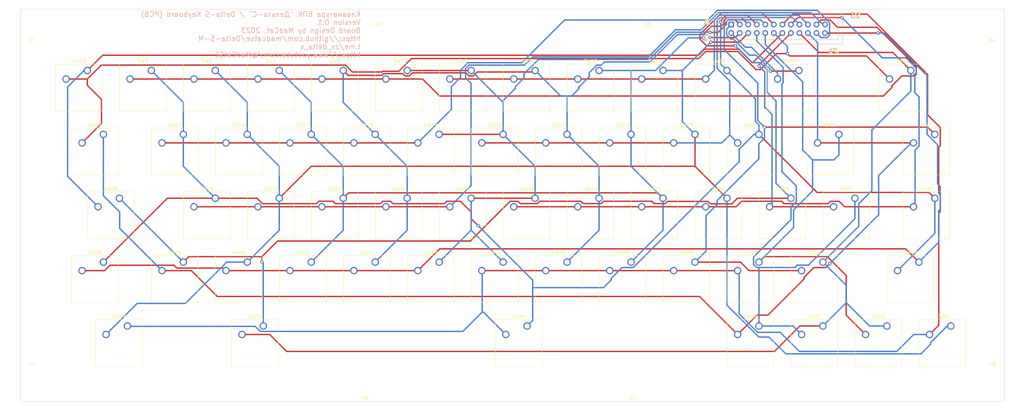
<source format=kicad_pcb>
(kicad_pcb (version 20221018) (generator pcbnew)
  (layers (0 "F.Cu" signal) (31 "B.Cu" signal) (36 "B.SilkS" user "B.Silkscreen") (37 "F.SilkS" user "F.Silkscreen") (38 "B.Mask" user) (39 "F.Mask" user) (44 "Edge.Cuts" user))
  (net 0 "")
  (net 1 "Net-(J1-Pin_1)")
  (net 2 "Net-(J1-Pin_2)")
  (net 3 "Net-(J1-Pin_3)")
  (net 4 "Net-(J1-Pin_4)")
  (net 5 "Net-(J1-Pin_5)")
  (net 6 "Net-(J1-Pin_6)")
  (net 7 "Net-(J1-Pin_7)")
  (net 8 "Net-(J1-Pin_8)")
  (net 9 "Net-(J1-Pin_9)")
  (net 10 "Net-(J1-Pin_10)")
  (net 11 "Net-(J1-Pin_11)")
  (net 12 "Net-(J1-Pin_12)")
  (net 13 "Net-(J1-Pin_13)")
  (net 14 "Net-(J1-Pin_14)")
  (net 15 "Net-(J1-Pin_15)")
  (net 16 "Net-(J1-Pin_16)")
  (net 17 "Net-(J1-Pin_17)")
  (net 18 "Net-(J1-Pin_18)")
  (net 19 "Net-(J1-Pin_19)")
  (net 20 "Net-(J1-Pin_20)")
  (net 21 "Net-(J1-Pin_21)")
  (net 22 "Net-(J1-Pin_22)")
  (net 23 "Net-(J1-Pin_23)")
  (net 24 "Net-(J1-Pin_24)")
  (footprint "Library_mx:SW_Cherry_MX_1.00u_PCB" (layer "F.Cu") (at 162.8679 37.35)
    (fp_text reference "SW21")
    (fp_text value "u")
  )
  (footprint "Library_mx:SW_Cherry_MX_1.00u_PCB" (layer "F.Cu") (at 277.1679 94.5)
    (fp_text reference "SW59")
    (fp_text value "symbol shift right")
  )
  (footprint "Library_mx:SW_Cherry_MX_1.00u_PCB" (layer "F.Cu") (at 153.3429 56.4)
    (fp_text reference "SW33")
    (fp_text value "h")
  )
  (footprint "MountingHole:MountingHole_3.2mm_M3" (layer "F.Cu") (at 106.6376 8.7002)
    (fp_text reference "H2")
    (fp_text value "MountingHole_3.2mm_M3")
  )
  (footprint "Library_mx:SW_Cherry_MX_1.25u_PCB" (layer "F.Cu") (at 231.9242 18.3)
    (fp_text reference "SW60")
    (fp_text value "rus-lat")
  )
  (footprint "Library_mx:SW_Cherry_MX_1.50u_PCB" (layer "F.Cu") (at 272.4054 37.35)
    (fp_text reference "SW2")
    (fp_text value "inverted video")
  )
  (footprint "MountingHole:MountingHole_3.2mm_M3" (layer "F.Cu") (at 186.628 113.2591)
    (fp_text reference "H7")
    (fp_text value "MountingHole_3.2mm_M3")
  )
  (footprint "Library_mx:SW_Cherry_MX_1.00u_PCB" (layer "F.Cu") (at 200.9679 37.35)
    (fp_text reference "SW23")
    (fp_text value "o")
  )
  (footprint "Library_mx:SW_Cherry_MX_2.00u_PCB" (layer "F.Cu") (at 72.3804 94.5)
    (fp_text reference "SW25")
    (fp_text value "graph")
  )
  (footprint "Library_mx:SW_Cherry_MX_1.00u_PCB" (layer "F.Cu") (at 181.9179 75.45)
    (fp_text reference "SW46")
    (fp_text value "m")
  )
  (footprint "Library_mx:SW_Cherry_MX_1.00u_PCB" (layer "F.Cu") (at 77.1429 56.4)
    (fp_text reference "SW29")
    (fp_text value "s")
  )
  (footprint "Library_mx:SW_Cherry_MX_1.00u_PCB" (layer "F.Cu") (at 134.2929 56.4)
    (fp_text reference "SW32")
    (fp_text value "g")
  )
  (footprint "Library_mx:SW_Cherry_MX_1.00u_PCB" (layer "F.Cu") (at 86.6679 37.35)
    (fp_text reference "SW17")
    (fp_text value "e")
  )
  (footprint "Library_mx:SW_Cherry_MX_2.25u_PCB" (layer "F.Cu") (at 31.8992 94.5)
    (fp_text reference "SW49")
    (fp_text value "symbol shift left")
  )
  (footprint "Library_mx:SW_Cherry_MX_1.50u_PCB" (layer "F.Cu") (at 272.4054 56.4)
    (fp_text reference "SW37")
    (fp_text value "enter")
  )
  (footprint "Library_mx:SW_Cherry_MX_1.00u_PCB" (layer "F.Cu") (at 19.9929 18.3)
    (fp_text reference "SW13")
    (fp_text value "Break")
  )
  (footprint "Library_mx:SW_Cherry_MX_1.00u_PCB" (layer "F.Cu") (at 48.5679 75.45)
    (fp_text reference "SW39")
    (fp_text value "caps lock")
  )
  (footprint "Library_mx:SW_Cherry_MX_1.00u_PCB" (layer "F.Cu") (at 124.7679 37.35)
    (fp_text reference "SW19")
    (fp_text value "t")
  )
  (footprint "MountingHole:MountingHole_3.2mm_M3" (layer "F.Cu") (at 3.4408 109.9602)
    (fp_text reference "H5")
    (fp_text value "MountingHole_3.2mm_M3")
  )
  (footprint "Library_mx:SW_Cherry_MX_1.00u_PCB" (layer "F.Cu") (at 58.0929 56.4)
    (fp_text reference "SW28")
    (fp_text value "a")
  )
  (footprint "Library_mx:SW_Cherry_MX_1.00u_PCB" (layer "F.Cu") (at 220.0179 37.35)
    (fp_text reference "SW24")
    (fp_text value "p")
  )
  (footprint "Library_mx:SW_Cherry_MX_1.00u_PCB" (layer "F.Cu") (at 153.3429 18.3)
    (fp_text reference "SW9")
    (fp_text value "7")
  )
  (footprint "Library_mx:SW_Cherry_MX_1.00u_PCB" (layer "F.Cu") (at 172.3929 56.4)
    (fp_text reference "SW34")
    (fp_text value "j")
  )
  (footprint "MountingHole:MountingHole_3.2mm_M3" (layer "F.Cu") (at 289.4933 109.9602)
    (fp_text reference "H8")
    (fp_text value "MountingHole_3.2mm_M3")
  )
  (footprint "Library_mx:SW_Cherry_MX_1.00u_PCB" (layer "F.Cu") (at 96.1929 18.3)
    (fp_text reference "SW6")
    (fp_text value "4")
  )
  (footprint "Library_mx:SW_Cherry_MX_1.00u_PCB" (layer "F.Cu") (at 210.4929 18.3)
    (fp_text reference "SW12")
    (fp_text value "0")
  )
  (footprint "Library_mx:SW_Cherry_MX_1.00u_PCB" (layer "F.Cu") (at 181.9179 37.35)
    (fp_text reference "SW22")
    (fp_text value "i")
  )
  (footprint "Library_mx:SW_Cherry_MX_1.00u_PCB" (layer "F.Cu") (at 162.8679 75.45)
    (fp_text reference "SW45")
    (fp_text value "n")
  )
  (footprint "Library_mx:SW_Cherry_MX_1.00u_PCB" (layer "F.Cu") (at 239.0679 94.5)
    (fp_text reference "SW57")
    (fp_text value "down")
  )
  (footprint "Library_mx:SW_Cherry_MX_1.00u_PCB" (layer "F.Cu") (at 200.9679 75.45)
    (fp_text reference "SW58")
    (fp_text value "comma")
  )
  (footprint "Library_mx:SW_Cherry_MX_1.00u_PCB" (layer "F.Cu") (at 86.6679 75.45)
    (fp_text reference "SW41")
    (fp_text value "x")
  )
  (footprint "Library_mx:SW_Cherry_MX_1.00u_PCB" (layer "F.Cu") (at 248.5929 56.4)
    (fp_text reference "SW51")
    (fp_text value "quotes")
  )
  (footprint "Library_mx:SW_Cherry_MX_1.00u_PCB" (layer "F.Cu") (at 210.4929 56.4)
    (fp_text reference "SW36")
    (fp_text value "l")
  )
  (footprint "Library_mx:SW_Cherry_MX_2.00u_PCB" (layer "F.Cu") (at 267.6429 75.45)
    (fp_text reference "SW48")
    (fp_text value "caps shift right")
  )
  (footprint "Library_mx:SW_Cherry_MX_1.00u_PCB" (layer "F.Cu") (at 172.3929 18.3)
    (fp_text reference "SW10")
    (fp_text value "8")
  )
  (footprint "Library_mx:SW_Cherry_MX_1.00u_PCB" (layer "F.Cu") (at 58.0929 18.3)
    (fp_text reference "SW4")
    (fp_text value "2")
  )
  (footprint "Library_mx:SW_Cherry_MX_1.00u_PCB" (layer "F.Cu") (at 115.2429 56.4)
    (fp_text reference "SW31")
    (fp_text value "f")
  )
  (footprint "Library_mx:SW_Cherry_MX_1.00u_PCB" (layer "F.Cu") (at 77.1429 18.3)
    (fp_text reference "SW5")
    (fp_text value "3")
  )
  (footprint "Library_mx:SW_Cherry_MX_1.50u_PCB" (layer "F.Cu") (at 243.8304 37.35)
    (fp_text reference "SW1")
    (fp_text value "true video")
  )
  (footprint "Library_mx:MountingHole_3.2mm_M3" (layer "F.Cu") (at 3.4408 13.4602)
    (fp_text reference "H1")
    (fp_text value "MountingHole_3.2mm_M3")
  )
  (footprint "Library_mx:SW_Cherry_MX_1.00u_PCB" (layer "F.Cu") (at 115.2429 18.3)
    (fp_text reference "SW7")
    (fp_text value "5")
  )
  (footprint "Library_mx:SW_Cherry_MX_1.00u_PCB" (layer "F.Cu") (at 258.1179 94.5)
    (fp_text reference "SW53")
    (fp_text value "right")
  )
  (footprint "Library_mx:SW_Cherry_MX_1.00u_PCB" (layer "F.Cu") (at 239.0679 75.45)
    (fp_text reference "SW56")
    (fp_text value "up")
  )
  (footprint "Library_mx:SW_Cherry_MX_1.00u_PCB" (layer "F.Cu") (at 67.6179 37.35)
    (fp_text reference "SW16")
    (fp_text value "w")
  )
  (footprint "Library_mx:SW_Cherry_MX_1.00u_PCB" (layer "F.Cu") (at 67.6179 75.45)
    (fp_text reference "SW40")
    (fp_text value "z")
  )
  (footprint "Library_mx:SW_Cherry_MX_1.00u_PCB" (layer "F.Cu") (at 105.7179 37.35)
    (fp_text reference "SW18")
    (fp_text value "r")
  )
  (footprint "Library_mx:SW_Cherry_MX_1.00u_PCB" (layer "F.Cu") (at 105.7179 75.45)
    (fp_text reference "SW42")
    (fp_text value "c")
  )
  (footprint "Library_mx:SW_Cherry_MX_6.25u_PCB" (layer "F.Cu") (at 150.9617 94.5)
    (fp_text reference "SW54")
    (fp_text value "left space")
  )
  (footprint "Library_mx:SW_Cherry_MX_1.00u_PCB" (layer "F.Cu") (at 220.0179 94.5)
    (fp_text reference "SW52")
    (fp_text value "left")
  )
  (footprint "Library_mx:SW_Cherry_MX_1.00u_PCB" (layer "F.Cu") (at 124.7679 75.45)
    (fp_text reference "SW43")
    (fp_text value "v")
  )
  (footprint "Library_mx:SW_Cherry_MX_1.50u_PCB" (layer "F.Cu") (at 24.7554 37.35)
    (fp_text reference "SW27")
    (fp_text value "edit")
  )
  (footprint "Library_mx:SW_Cherry_MX_2.00u_PCB" (layer "F.Cu") (at 29.5179 56.4)
    (fp_text reference "SW26")
    (fp_text value "extended mode")
  )
  (footprint "Library_mx:SW_Cherry_MX_1.00u_PCB" (layer "F.Cu") (at 143.8179 75.45)
    (fp_text reference "SW44")
    (fp_text value "b")
  )
  (footprint "Library_mx:SW_Cherry_MX_1.00u_PCB" (layer "F.Cu") (at 220.0179 75.45)
    (fp_text reference "SW47")
    (fp_text value "dot")
  )
  (footprint "Library_mx:SW_Cherry_MX_1.00u_PCB" (layer "F.Cu") (at 48.5679 37.35)
    (fp_text reference "SW15")
    (fp_text value "q")
  )
  (footprint "Library_mx:SW_Cherry_MX_1.00u_PCB" (layer "F.Cu") (at 191.4429 56.4)
    (fp_text reference "SW35")
    (fp_text value "k")
  )
  (footprint "Library_mx:SW_Cherry_MX_1.00u_PCB" (layer "F.Cu") (at 39.0429 18.3)
    (fp_text reference "SW3")
    (fp_text value "1")
  )
  (footprint "Library_mx:SW_Cherry_MX_1.00u_PCB" (layer "F.Cu") (at 191.4429 18.3)
    (fp_text reference "SW11")
    (fp_text value "9")
  )
  (footprint "Library_mx:SW_Cherry_MX_1.50u_PCB" (layer "F.Cu") (at 24.7554 75.45)
    (fp_text reference "SW38")
    (fp_text value "caps shift left")
  )
  (footprint "Library_mx:SW_Cherry_MX_1.00u_PCB" (layer "F.Cu") (at 96.1929 56.4)
    (fp_text reference "SW30")
    (fp_text value "d")
  )
  (footprint "Library_mx:SW_Cherry_MX_1.00u_PCB" (layer "F.Cu") (at 229.5429 56.4)
    (fp_text reference "SW50")
    (fp_text value "semicolon")
  )
  (footprint "MountingHole:MountingHole_3.2mm_M3" (layer "F.Cu") (at 289.4933 13.4602)
    (fp_text reference "H4")
    (fp_text value "MountingHole_3.2mm")
  )
  (footprint "Library_mx:SW_Cherry_MX_2.25u_PCB" (layer "F.Cu") (at 265.2617 18.3)
    (fp_text reference "SW14")
    (fp_text value "delete")
  )
  (footprint "Library_mx:SW_Cherry_MX_1.00u_PCB" (layer "F.Cu") (at 134.2929 18.3)
    (fp_text reference "SW8")
    (fp_text value "6")
  )
  (footprint "MountingHole:MountingHole_3.2mm_M3" (layer "F.Cu") (at 106.6376 113.2591)
    (fp_text reference "H6")
    (fp_text value "MountingHole_3.2mm_M3")
  )
  (footprint "Library_mx:MountingHole_3.2mm_M3" (layer "F.Cu") (at 186.628 8.7002)
    (fp_text reference "H3")
    (fp_text value "MountingHole_3.2mm_M3")
  )
  (footprint "Library_mx:SW_Cherry_MX_1.00u_PCB" (layer "F.Cu") (at 143.8179 37.35)
    (fp_text reference "SW20")
    (fp_text value "y")
  )
  (footprint "Library_mx:IDC-Header_2x12_P2.54mm_Vertical" (layer "B.Cu") (at 211.75 4.59 -90)
    (fp_text reference "J1")
    (fp_text value "Conn_02x12_Odd_Even")
  )
  (gr_rect (start 0 0) (end 293.1 117) (stroke (width 0.1)) (fill none) (layer "Edge.Cuts"))
  (gr_text "23" (at 250.3 2.8) (layer "B.SilkS") (effects (font (size 1.5 1.5) (thickness 0.3) bold) (justify left bottom mirror)))
  (gr_text "1" (at 204.9 4.6) (layer "B.SilkS") (effects (font (size 1.5 1.5) (thickness 0.3) bold) (justify left bottom mirror)))
  (gr_text "Клавиатура БПК {dblquote}Дельта-С{dblquote} / Delta-S Keyboard (PCB)\nVersion 0.1\nBoard Design by MadCat, 2023\nhttps://github.com/madcatse/Delta-S-M\nt.me/zx_delta_s\nhttps://www.youtube.com/@MadCatSE" (at 101.5 14.5) (layer "B.SilkS") (effects (font (size 1.5 1.5) (thickness 0.2)) (justify left bottom mirror)))
  (gr_text "24" (at 243.6 13.4) (layer "B.SilkS") (effects (font (size 1.5 1.5) (thickness 0.3) bold) (justify left bottom mirror)))
  (gr_text "2" (at 204.9 9.5) (layer "B.SilkS") (effects (font (size 1.5 1.5) (thickness 0.3) bold) (justify left bottom mirror)))
  (gr_text "23" (at 247.5 2.8) (layer "F.SilkS") (effects (font (size 1.5 1.5) (thickness 0.3) bold) (justify left bottom)))
  (gr_text "24" (at 240.9146 13.3924) (layer "F.SilkS") (effects (font (size 1.5 1.5) (thickness 0.3) bold) (justify left bottom)))
  (gr_text "1" (at 203.9792 4.5984) (layer "F.SilkS") (effects (font (size 1.5 1.5) (thickness 0.3) bold) (justify left bottom)))
  (gr_text "2" (at 203.5792 9.3984) (layer "F.SilkS") (effects (font (size 1.5 1.5) (thickness 0.3) bold) (justify left bottom)))
  (segment (start 231.7498 18.4744) (end 231.9242 18.3) (width 0.4) (layer "F.Cu") (net 1))
  (segment (start 223.4401 18.4744) (end 231.7498 18.4744) (width 0.4) (layer "F.Cu") (net 1))
  (via (at 223.4401 18.4744) (size 1) (drill 0.5) (layers "F.Cu" "B.Cu") (net 1))
  (segment (start 223.4401 18.4744) (end 223.4401 18.0104) (width 0.4) (layer "B.Cu") (net 1))
  (segment (start 210.3865 5.9535) (end 211.75 4.59) (width 0.4) (layer "B.Cu") (net 1))
  (segment (start 217.1614 13.7135) (end 212.4121 8.9642) (width 0.4) (layer "B.Cu") (net 1))
  (segment (start 219.1432 13.7135) (end 217.1614 13.7135) (width 0.4) (layer "B.Cu") (net 1))
  (segment (start 223.4401 18.0104) (end 219.1432 13.7135) (width 0.4) (layer "B.Cu") (net 1))
  (segment (start 210.3865 7.6824) (end 210.3865 5.9535) (width 0.4) (layer "B.Cu") (net 1))
  (segment (start 211.6683 8.9642) (end 210.3865 7.6824) (width 0.4) (layer "B.Cu") (net 1))
  (segment (start 212.4121 8.9642) (end 211.6683 8.9642) (width 0.4) (layer "B.Cu") (net 1))
  (segment (start 225.5742 20.84) (end 225.5742 19.1519) (width 0.4) (layer "B.Cu") (net 2))
  (segment (start 215.9884 11.3684) (end 211.75 7.13) (width 0.4) (layer "B.Cu") (net 2))
  (segment (start 225.5742 19.1519) (end 217.7907 11.3684) (width 0.4) (layer "B.Cu") (net 2))
  (segment (start 217.7907 11.3684) (end 215.9884 11.3684) (width 0.4) (layer "B.Cu") (net 2))
  (segment (start 212.9052 3.2052) (end 214.29 4.59) (width 0.4) (layer "F.Cu") (net 3))
  (segment (start 153.3429 56.4) (end 134.2929 56.4) (width 0.4) (layer "F.Cu") (net 3))
  (segment (start 134.2929 18.3) (end 115.2429 18.3) (width 0.4) (layer "F.Cu") (net 3))
  (segment (start 143.8179 37.35) (end 124.7679 37.35) (width 0.4) (layer "F.Cu") (net 3))
  (segment (start 205.4423 6.9662) (end 207.8644 6.9662) (width 0.4) (layer "F.Cu") (net 3))
  (segment (start 210.3011 3.7281) (end 210.824 3.2052) (width 0.4) (layer "F.Cu") (net 3))
  (segment (start 210.3011 4.5295) (end 210.3011 3.7281) (width 0.4) (layer "F.Cu") (net 3))
  (segment (start 207.8644 6.9662) (end 210.3011 4.5295) (width 0.4) (layer "F.Cu") (net 3))
  (segment (start 210.824 3.2052) (end 212.9052 3.2052) (width 0.4) (layer "F.Cu") (net 3))
  (via (at 205.4423 6.9662) (size 1) (drill 0.5) (layers "F.Cu" "B.Cu") (net 3))
  (segment (start 153.3429 46.875) (end 153.3429 56.4) (width 0.4) (layer "B.Cu") (net 3))
  (segment (start 147.4498 23.6577) (end 147.4498 23.1224) (width 0.4) (layer "B.Cu") (net 3))
  (segment (start 150.0323 20.5399) (end 150.0323 19.3259) (width 0.4) (layer "B.Cu") (net 3))
  (segment (start 143.8179 37.35) (end 153.3429 46.875) (width 0.4) (layer "B.Cu") (net 3))
  (segment (start 147.4498 23.1224) (end 150.0323 20.5399) (width 0.4) (layer "B.Cu") (net 3))
  (segment (start 205.3519 6.8758) (end 205.4423 6.9662) (width 0.4) (layer "B.Cu") (net 3))
  (segment (start 187.330151 15) (end 195.454351 6.8758) (width 0.4) (layer "B.Cu") (net 3))
  (segment (start 134.2929 65.925) (end 143.8179 75.45) (width 0.4) (layer "B.Cu") (net 3))
  (segment (start 134.2929 56.4) (end 134.2929 65.925) (width 0.4) (layer "B.Cu") (net 3))
  (segment (start 143.5502 27.5573) (end 147.4498 23.6577) (width 0.4) (layer "B.Cu") (net 3))
  (segment (start 195.454351 6.8758) (end 205.3519 6.8758) (width 0.4) (layer "B.Cu") (net 3))
  (segment (start 143.8179 27.825) (end 143.8179 37.35) (width 0.4) (layer "B.Cu") (net 3))
  (segment (start 143.5502 27.5573) (end 143.8179 27.825) (width 0.4) (layer "B.Cu") (net 3))
  (segment (start 150.0323 19.3259) (end 154.3582 15) (width 0.4) (layer "B.Cu") (net 3))
  (segment (start 124.7679 75.45) (end 134.2929 65.925) (width 0.4) (layer "B.Cu") (net 3))
  (segment (start 134.2929 18.3) (end 143.5502 27.5573) (width 0.4) (layer "B.Cu") (net 3))
  (segment (start 154.3582 15) (end 187.330151 15) (width 0.4) (layer "B.Cu") (net 3))
  (segment (start 107.720158 19.75) (end 97.6429 19.75) (width 0.4) (layer "F.Cu") (net 4))
  (segment (start 97.6429 19.75) (end 96.1929 18.3) (width 0.4) (layer "F.Cu") (net 4))
  (segment (start 108.230158 19.24) (end 107.720158 19.75) (width 0.4) (layer "F.Cu") (net 4))
  (segment (start 212.9358 8.4842) (end 205.4439 8.4842) (width 0.4) (layer "F.Cu") (net 4))
  (segment (start 214.29 7.13) (end 212.9358 8.4842) (width 0.4) (layer "F.Cu") (net 4))
  (segment (start 152.8929 18.75) (end 136.105642 18.75) (width 0.4) (layer "F.Cu") (net 4))
  (segment (start 153.3429 18.3) (end 152.8929 18.75) (width 0.4) (layer "F.Cu") (net 4))
  (segment (start 134.955642 19.9) (end 133.630158 19.9) (width 0.4) (layer "F.Cu") (net 4))
  (segment (start 133.630158 19.9) (end 132.730158 19) (width 0.4) (layer "F.Cu") (net 4))
  (segment (start 114.580158 19.9) (end 113.920158 19.24) (width 0.4) (layer "F.Cu") (net 4))
  (segment (start 113.920158 19.24) (end 108.230158 19.24) (width 0.4) (layer "F.Cu") (net 4))
  (segment (start 115.905642 19.9) (end 114.580158 19.9) (width 0.4) (layer "F.Cu") (net 4))
  (segment (start 136.105642 18.75) (end 134.955642 19.9) (width 0.4) (layer "F.Cu") (net 4))
  (segment (start 116.805642 19) (end 115.905642 19.9) (width 0.4) (layer "F.Cu") (net 4))
  (segment (start 132.730158 19) (end 116.805642 19) (width 0.4) (layer "F.Cu") (net 4))
  (via (at 205.4439 8.4842) (size 1) (drill 0.5) (layers "F.Cu" "B.Cu") (net 4))
  (segment (start 160.9233 25.8804) (end 162.8679 25.8804) (width 0.4) (layer "B.Cu") (net 4))
  (segment (start 174.005642 15.75) (end 187.570101 15.75) (width 0.4) (layer "B.Cu") (net 4))
  (segment (start 187.570101 15.75) (end 195.744301 7.5758) (width 0.4) (layer "B.Cu") (net 4))
  (segment (start 115.2429 46.875) (end 105.7179 37.35) (width 0.4) (layer "B.Cu") (net 4))
  (segment (start 115.2429 65.925) (end 115.2429 56.4) (width 0.4) (layer "B.Cu") (net 4))
  (segment (start 162.8679 37.35) (end 172.3929 46.875) (width 0.4) (layer "B.Cu") (net 4))
  (segment (start 195.744301 7.5758) (end 204.5355 7.5758) (width 0.4) (layer "B.Cu") (net 4))
  (segment (start 105.7179 37.35) (end 96.1929 27.825) (width 0.4) (layer "B.Cu") (net 4))
  (segment (start 162.8679 75.45) (end 172.3929 65.925) (width 0.4) (layer "B.Cu") (net 4))
  (segment (start 171.730158 16.7) (end 173.055642 16.7) (width 0.4) (layer "B.Cu") (net 4))
  (segment (start 164.2594 25.8804) (end 166.3676 23.7722) (width 0.4) (layer "B.Cu") (net 4))
  (segment (start 166.3676 23.2546) (end 169.4657 20.1565) (width 0.4) (layer "B.Cu") (net 4))
  (segment (start 96.1929 27.825) (end 96.1929 18.3) (width 0.4) (layer "B.Cu") (net 4))
  (segment (start 172.3929 65.925) (end 172.3929 56.4) (width 0.4) (layer "B.Cu") (net 4))
  (segment (start 172.3929 46.875) (end 172.3929 56.4) (width 0.4) (layer "B.Cu") (net 4))
  (segment (start 173.055642 16.7) (end 174.005642 15.75) (width 0.4) (layer "B.Cu") (net 4))
  (segment (start 162.8679 25.8804) (end 164.2594 25.8804) (width 0.4) (layer "B.Cu") (net 4))
  (segment (start 105.7179 75.45) (end 115.2429 65.925) (width 0.4) (layer "B.Cu") (net 4))
  (segment (start 115.2429 56.4) (end 115.2429 46.875) (width 0.4) (layer "B.Cu") (net 4))
  (segment (start 162.8679 25.8804) (end 162.8679 37.35) (width 0.4) (layer "B.Cu") (net 4))
  (segment (start 169.4657 20.1565) (end 169.4657 18.964458) (width 0.4) (layer "B.Cu") (net 4))
  (segment (start 166.3676 23.7722) (end 166.3676 23.2546) (width 0.4) (layer "B.Cu") (net 4))
  (segment (start 169.4657 18.964458) (end 171.730158 16.7) (width 0.4) (layer "B.Cu") (net 4))
  (segment (start 204.5355 7.5758) (end 205.4439 8.4842) (width 0.4) (layer "B.Cu") (net 4))
  (segment (start 153.3429 18.3) (end 160.9233 25.8804) (width 0.4) (layer "B.Cu") (net 4))
  (segment (start 209.5992 3.4353) (end 210.5312 2.5033) (width 0.4) (layer "F.Cu") (net 5))
  (segment (start 189.8304 54.7875) (end 97.8054 54.7875) (width 0.4) (layer "F.Cu") (net 5))
  (segment (start 214.7433 2.5033) (end 216.83 4.59) (width 0.4) (layer "F.Cu") (net 5))
  (segment (start 210.5312 2.5033) (end 214.7433 2.5033) (width 0.4) (layer "F.Cu") (net 5))
  (segment (start 191.4429 56.4) (end 189.8304 54.7875) (width 0.4) (layer "F.Cu") (net 5))
  (segment (start 203.4774 7.5142) (end 205.9015 5.0901) (width 0.4) (layer "F.Cu") (net 5))
  (segment (start 203.4774 8.5801) (end 203.4774 7.5142) (width 0.4) (layer "F.Cu") (net 5))
  (segment (start 208.7469 5.0901) (end 209.5992 4.2378) (width 0.4) (layer "F.Cu") (net 5))
  (segment (start 205.9015 5.0901) (end 208.7469 5.0901) (width 0.4) (layer "F.Cu") (net 5))
  (segment (start 97.8054 54.7875) (end 96.1929 56.4) (width 0.4) (layer "F.Cu") (net 5))
  (segment (start 209.5992 4.2378) (end 209.5992 3.4353) (width 0.4) (layer "F.Cu") (net 5))
  (via (at 203.4774 8.5801) (size 1) (drill 0.5) (layers "F.Cu" "B.Cu") (net 5))
  (segment (start 77.1429 18.3) (end 86.6679 27.825) (width 0.4) (layer "B.Cu") (net 5))
  (segment (start 86.6679 75.45) (end 96.1929 65.925) (width 0.4) (layer "B.Cu") (net 5))
  (segment (start 190.780158 16.7) (end 190.8 16.7) (width 0.4) (layer "B.Cu") (net 5))
  (segment (start 189.8429 17.6571) (end 189.8429 17.637258) (width 0.4) (layer "B.Cu") (net 5))
  (segment (start 96.1929 65.925) (end 96.1929 56.4) (width 0.4) (layer "B.Cu") (net 5))
  (segment (start 189.2 18.3) (end 189.8429 17.6571) (width 0.4) (layer "B.Cu") (net 5))
  (segment (start 198.9199 8.5801) (end 203.4774 8.5801) (width 0.4) (layer "B.Cu") (net 5))
  (segment (start 172.3929 18.3) (end 181.9179 18.3) (width 0.4) (layer "B.Cu") (net 5))
  (segment (start 189.8429 17.637258) (end 190.780158 16.7) (width 0.4) (layer "B.Cu") (net 5))
  (segment (start 191.4429 56.4) (end 191.4429 65.925) (width 0.4) (layer "B.Cu") (net 5))
  (segment (start 181.9179 18.3) (end 189.2 18.3) (width 0.4) (layer "B.Cu") (net 5))
  (segment (start 86.6679 27.825) (end 86.6679 37.35) (width 0.4) (layer "B.Cu") (net 5))
  (segment (start 96.1929 56.4) (end 96.1929 46.875) (width 0.4) (layer "B.Cu") (net 5))
  (segment (start 181.9179 18.3) (end 181.9179 37.35) (width 0.4) (layer "B.Cu") (net 5))
  (segment (start 181.9179 46.875) (end 181.9179 37.35) (width 0.4) (layer "B.Cu") (net 5))
  (segment (start 191.4429 56.4) (end 181.9179 46.875) (width 0.4) (layer "B.Cu") (net 5))
  (segment (start 191.4429 65.925) (end 181.9179 75.45) (width 0.4) (layer "B.Cu") (net 5))
  (segment (start 96.1929 46.875) (end 86.6679 37.35) (width 0.4) (layer "B.Cu") (net 5))
  (segment (start 190.8 16.7) (end 198.9199 8.5801) (width 0.4) (layer "B.Cu") (net 5))
  (segment (start 200.9679 46.875) (end 210.4929 56.4) (width 0.4) (layer "F.Cu") (net 6))
  (segment (start 216.83 7.13) (end 214.1227 9.8373) (width 0.4) (layer "F.Cu") (net 6))
  (segment (start 200.9679 37.35) (end 200.9679 46.875) (width 0.4) (layer "F.Cu") (net 6))
  (segment (start 200.9679 46.875) (end 86.6679 46.875) (width 0.4) (layer "F.Cu") (net 6))
  (segment (start 214.1227 9.8373) (end 205.6762 9.8373) (width 0.4) (layer "F.Cu") (net 6))
  (segment (start 86.6679 46.875) (end 77.1429 56.4) (width 0.4) (layer "F.Cu") (net 6))
  (via (at 205.6762 9.8373) (size 1) (drill 0.5) (layers "F.Cu" "B.Cu") (net 6))
  (segment (start 191.4429 18.3) (end 197.2135 18.3) (width 0.4) (layer "B.Cu") (net 6))
  (segment (start 197.2135 33.5956) (end 197.2135 18.3) (width 0.4) (layer "B.Cu") (net 6))
  (segment (start 271.1167 99.969) (end 271.1167 99.4805) (width 0.4) (layer "B.Cu") (net 6))
  (segment (start 67.6179 37.35) (end 77.1429 46.875) (width 0.4) (layer "B.Cu") (net 6))
  (segment (start 219.9791 97.7947) (end 223.0023 97.7947) (width 0.4) (layer "B.Cu") (net 6))
  (segment (start 210.4929 88.3085) (end 219.9791 97.7947) (width 0.4) (layer "B.Cu") (net 6))
  (segment (start 228.0101 102.8025) (end 268.2832 102.8025) (width 0.4) (layer "B.Cu") (net 6))
  (segment (start 67.6179 27.825) (end 67.6179 37.35) (width 0.4) (layer "B.Cu") (net 6))
  (segment (start 271.1167 99.4805) (end 276.0972 94.5) (width 0.4) (layer "B.Cu") (net 6))
  (segment (start 61.4978 75.45) (end 49.1678 87.78) (width 0.4) (layer "B.Cu") (net 6))
  (segment (start 77.1429 46.875) (end 77.1429 56.4) (width 0.4) (layer "B.Cu") (net 6))
  (segment (start 49.1678 87.78) (end 34.8092 87.78) (width 0.4) (layer "B.Cu") (net 6))
  (segment (start 268.2832 102.8025) (end 271.1167 99.969) (width 0.4) (layer "B.Cu") (net 6))
  (segment (start 77.1429 65.925) (end 67.6179 75.45) (width 0.4) (layer "B.Cu") (net 6))
  (segment (start 77.1429 56.4) (end 77.1429 65.925) (width 0.4) (layer "B.Cu") (net 6))
  (segment (start 200.9679 37.35) (end 197.2135 33.5956) (width 0.4) (layer "B.Cu") (net 6))
  (segment (start 276.0972 94.5) (end 277.1679 94.5) (width 0.4) (layer "B.Cu") (net 6))
  (segment (start 67.6179 75.45) (end 61.4978 75.45) (width 0.4) (layer "B.Cu") (net 6))
  (segment (start 58.0929 18.3) (end 67.6179 27.825) (width 0.4) (layer "B.Cu") (net 6))
  (segment (start 34.8092 87.78) (end 25.5492 97.04) (width 0.4) (layer "B.Cu") (net 6))
  (segment (start 197.2135 18.3) (end 205.6762 9.8373) (width 0.4) (layer "B.Cu") (net 6))
  (segment (start 210.4929 56.4) (end 210.4929 88.3085) (width 0.4) (layer "B.Cu") (net 6))
  (segment (start 223.0023 97.7947) (end 228.0101 102.8025) (width 0.4) (layer "B.Cu") (net 6))
  (segment (start 216.5814 1.8014) (end 210.2384 1.8014) (width 0.4) (layer "F.Cu") (net 7))
  (segment (start 208.5973 3.4425) (end 208.5973 3.7991) (width 0.4) (layer "F.Cu") (net 7))
  (segment (start 93.1421 57.3004) (end 88.9425 57.3004) (width 0.4) (layer "F.Cu") (net 7))
  (segment (start 107.2739 58.019) (end 93.8607 58.019) (width 0.4) (layer "F.Cu") (net 7))
  (segment (start 110.9835 58.0224) (end 110.2735 57.3124) (width 0.4) (layer "F.Cu") (net 7))
  (segment (start 237.3284 54.6605) (end 270.6659 54.6605) (width 0.4) (layer "F.Cu") (net 7))
  (segment (start 88.9425 57.3004) (end 88.2205 58.0224) (width 0.4) (layer "F.Cu") (net 7))
  (segment (start 88.2205 58.0224) (end 72.1408 58.0224) (width 0.4) (layer "F.Cu") (net 7))
  (segment (start 126.3205 58.0224) (end 110.9835 58.0224) (width 0.4) (layer "F.Cu") (net 7))
  (segment (start 127.0281 57.3148) (end 126.3205 58.0224) (width 0.4) (layer "F.Cu") (net 7))
  (segment (start 220.0179 37.35) (end 237.3284 54.6605) (width 0.4) (layer "F.Cu") (net 7))
  (segment (start 136.3639 64.57) (end 134.3325 62.5386) (width 0.4) (layer "F.Cu") (net 7))
  (segment (start 131.1288 57.3148) (end 127.0281 57.3148) (width 0.4) (layer "F.Cu") (net 7))
  (segment (start 58.0929 56.4) (end 43.8054 56.4) (width 0.4) (layer "F.Cu") (net 7))
  (segment (start 43.8054 56.4) (end 24.7554 75.45) (width 0.4) (layer "F.Cu") (net 7))
  (segment (start 219.37 4.59) (end 216.5814 1.8014) (width 0.4) (layer "F.Cu") (net 7))
  (segment (start 134.3325 60.5185) (end 131.1288 57.3148) (width 0.4) (layer "F.Cu") (net 7))
  (segment (start 72.1408 58.0224) (end 70.5184 56.4) (width 0.4) (layer "F.Cu") (net 7))
  (segment (start 210.2384 1.8014) (end 208.5973 3.4425) (width 0.4) (layer "F.Cu") (net 7))
  (segment (start 134.3325 62.5386) (end 134.3325 60.5185) (width 0.4) (layer "F.Cu") (net 7))
  (segment (start 270.6659 54.6605) (end 272.4054 56.4) (width 0.4) (layer "F.Cu") (net 7))
  (segment (start 93.8607 58.019) (end 93.1421 57.3004) (width 0.4) (layer "F.Cu") (net 7))
  (segment (start 110.2735 57.3124) (end 107.9805 57.3124) (width 0.4) (layer "F.Cu") (net 7))
  (segment (start 70.5184 56.4) (end 58.0929 56.4) (width 0.4) (layer "F.Cu") (net 7))
  (segment (start 107.9805 57.3124) (end 107.2739 58.019) (width 0.4) (layer "F.Cu") (net 7))
  (via (at 136.3639 64.57) (size 1) (drill 0.5) (layers "F.Cu" "B.Cu") (net 7))
  (via (at 208.5973 3.7991) (size 1) (drill 0.5) (layers "F.Cu" "B.Cu") (net 7))
  (segment (start 220.0179 34.53515) (end 220.0179 36.2999) (width 0.4) (layer "B.Cu") (net 7))
  (segment (start 208.5973 16.4044) (end 210.4929 18.3) (width 0.4) (layer "B.Cu") (net 7))
  (segment (start 152.6122 83.0669) (end 173.7167 83.0669) (width 0.4) (layer "B.Cu") (net 7))
  (segment (start 210.4929 18.3) (end 218.9682 26.7753) (width 0.4) (layer "B.Cu") (net 7))
  (segment (start 272.4054 66.8775) (end 261.2929 77.99) (width 0.4) (layer "B.Cu") (net 7))
  (segment (start 220.0179 36.2999) (end 218.9678 37.35) (width 0.4) (layer "B.Cu") (net 7))
  (segment (start 152.6122 80.8183) (end 136.3639 64.57) (width 0.4) (layer "B.Cu") (net 7))
  (segment (start 179.219 77.0782) (end 182.5603 77.0782) (width 0.4) (layer "B.Cu") (net 7))
  (segment (start 48.5679 46.875) (end 48.5679 37.35) (width 0.4) (layer "B.Cu") (net 7))
  (segment (start 208.5973 3.7991) (end 208.5973 16.4044) (width 0.4) (layer "B.Cu") (net 7))
  (segment (start 218.55 37.35) (end 218.9678 37.35) (width 0.4) (layer "B.Cu") (net 7))
  (segment (start 218.9682 33.48545) (end 220.0179 34.53515) (width 0.4) (layer "B.Cu") (net 7))
  (segment (start 214.1248 41.7752) (end 218.55 37.35) (width 0.4) (layer "B.Cu") (net 7))
  (segment (start 152.6122 83.0669) (end 152.6122 80.8183) (width 0.4) (layer "B.Cu") (net 7))
  (segment (start 272.4054 56.4) (end 272.4054 66.8775) (width 0.4) (layer "B.Cu") (net 7))
  (segment (start 176.0248 80.7588) (end 176.0248 80.2724) (width 0.4) (layer "B.Cu") (net 7))
  (segment (start 152.6122 92.8495) (end 152.6122 83.0669) (width 0.4) (layer "B.Cu") (net 7))
  (segment (start 48.5679 37.35) (end 48.5679 27.825) (width 0.4) (layer "B.Cu") (net 7))
  (segment (start 182.5603 77.0782) (end 214.1248 45.5137) (width 0.4) (layer "B.Cu") (net 7))
  (segment (start 48.5679 27.825) (end 39.0429 18.3) (width 0.4) (layer "B.Cu") (net 7))
  (segment (start 176.0248 80.2724) (end 179.219 77.0782) (width 0.4) (layer "B.Cu") (net 7))
  (segment (start 150.9617 94.5) (end 152.6122 92.8495) (width 0.4) (layer "B.Cu") (net 7))
  (segment (start 173.7167 83.0669) (end 176.0248 80.7588) (width 0.4) (layer "B.Cu") (net 7))
  (segment (start 58.0929 56.4) (end 48.5679 46.875) (width 0.4) (layer "B.Cu") (net 7))
  (segment (start 218.9678 37.35) (end 220.0179 37.35) (width 0.4) (layer "B.Cu") (net 7))
  (segment (start 214.1248 45.5137) (end 214.1248 41.7752) (width 0.4) (layer "B.Cu") (net 7))
  (segment (start 218.9682 26.7753) (end 218.9682 33.48545) (width 0.4) (layer "B.Cu") (net 7))
  (segment (start 229.5684 62.7693) (end 229.5684 58.9347) (width 0.4) (layer "B.Cu") (net 8))
  (segment (start 226.8747 48.4887) (end 226.8747 22.2788) (width 0.4) (layer "B.Cu") (net 8))
  (segment (start 231.1448 57.3583) (end 231.1448 52.7588) (width 0.4) (layer "B.Cu") (net 8))
  (segment (start 227.2116 17.3747) (end 219.37 9.5331) (width 0.4) (layer "B.Cu") (net 8))
  (segment (start 230.1779 94.5) (end 232.7179 97.04) (width 0.4) (layer "B.Cu") (net 8))
  (segment (start 226.8747 22.2788) (end 227.2116 21.9419) (width 0.4) (layer "B.Cu") (net 8))
  (segment (start 227.2116 21.9419) (end 227.2116 17.3747) (width 0.4) (layer "B.Cu") (net 8))
  (segment (start 234.7333 76.3566) (end 231.3804 76.3566) (width 0.4) (layer "B.Cu") (net 8))
  (segment (start 218.4077 73.93) (end 229.5684 62.7693) (width 0.4) (layer "B.Cu") (net 8))
  (segment (start 219.37 9.5331) (end 219.37 7.13) (width 0.4) (layer "B.Cu") (net 8))
  (segment (start 218.4077 76.1363) (end 218.4077 73.93) (width 0.4) (layer "B.Cu") (net 8))
  (segment (start 231.1448 52.7588) (end 226.8747 48.4887) (width 0.4) (layer "B.Cu") (net 8))
  (segment (start 229.5684 58.9347) (end 231.1448 57.3583) (width 0.4) (layer "B.Cu") (net 8))
  (segment (start 220.0179 94.5) (end 230.1779 94.5) (width 0.4) (layer "B.Cu") (net 8))
  (segment (start 220.0179 77.0595) (end 220.0179 94.5) (width 0.4) (layer "B.Cu") (net 8))
  (segment (start 220.0179 77.0595) (end 219.3309 77.0595) (width 0.4) (layer "B.Cu") (net 8))
  (segment (start 248.5929 62.497) (end 234.7333 76.3566) (width 0.4) (layer "B.Cu") (net 8))
  (segment (start 230.6775 77.0595) (end 220.0179 77.0595) (width 0.4) (layer "B.Cu") (net 8))
  (segment (start 219.3309 77.0595) (end 218.4077 76.1363) (width 0.4) (layer "B.Cu") (net 8))
  (segment (start 248.5929 56.4) (end 248.5929 62.497) (width 0.4) (layer "B.Cu") (net 8))
  (segment (start 231.3804 76.3566) (end 230.6775 77.0595) (width 0.4) (layer "B.Cu") (net 8))
  (segment (start 232.7179 77.99) (end 217.0547 77.99) (width 0.4) (layer "F.Cu") (net 9))
  (segment (start 272.4054 37.35) (end 270.2446 35.1892) (width 0.4) (layer "F.Cu") (net 9))
  (segment (start 214.5147 75.45) (end 200.9679 75.45) (width 0.4) (layer "F.Cu") (net 9))
  (segment (start 270.2446 35.1892) (end 221.6619 35.1892) (width 0.4) (layer "F.Cu") (net 9))
  (segment (start 217.0547 77.99) (end 214.5147 75.45) (width 0.4) (layer "F.Cu") (net 9))
  (via (at 221.6619 35.1892) (size 1) (drill 0.5) (layers "F.Cu" "B.Cu") (net 9))
  (segment (start 221.6619 35.1892) (end 221.6619 38.496) (width 0.4) (layer "B.Cu") (net 9))
  (segment (start 207.5657 57.0618) (end 207.5657 58.2565) (width 0.4) (layer "B.Cu") (net 9))
  (segment (start 219.6682 22.0776) (end 219.6682 33.1955) (width 0.4) (layer "B.Cu") (net 9))
  (segment (start 220.5292 3.2092) (end 210.8393 3.2092) (width 0.4) (layer "B.Cu") (net 9))
  (segment (start 221.6619 38.496) (end 219.9798 40.1781) (width 0.4) (layer "B.Cu") (net 9))
  (segment (start 219.9798 44.6477) (end 207.5657 57.0618) (width 0.4) (layer "B.Cu") (net 9))
  (segment (start 207.5657 58.2565) (end 204.2475 61.5747) (width 0.4) (layer "B.Cu") (net 9))
  (segment (start 219.6682 33.1955) (end 221.6619 35.1892) (width 0.4) (layer "B.Cu") (net 9))
  (segment (start 204.2475 61.5747) (end 204.2475 72.1704) (width 0.4) (layer "B.Cu") (net 9))
  (segment (start 210.8393 3.2092) (end 209.6811 4.3674) (width 0.4) (layer "B.Cu") (net 9))
  (segment (start 221.91 4.59) (end 220.5292 3.2092) (width 0.4) (layer "B.Cu") (net 9))
  (segment (start 219.9798 40.1781) (end 219.9798 44.6477) (width 0.4) (layer "B.Cu") (net 9))
  (segment (start 204.2475 72.1704) (end 200.9679 75.45) (width 0.4) (layer "B.Cu") (net 9))
  (segment (start 209.6811 4.3674) (end 209.6811 12.0905) (width 0.4) (layer "B.Cu") (net 9))
  (segment (start 209.6811 12.0905) (end 219.6682 22.0776) (width 0.4) (layer "B.Cu") (net 9))
  (segment (start 245.9983 91.2704) (end 251.7679 97.04) (width 0.4) (layer "F.Cu") (net 10))
  (segment (start 221.6602 73.8077) (end 240.3585 73.8077) (width 0.4) (layer "F.Cu") (net 10))
  (segment (start 245.9983 79.4475) (end 245.9983 91.2704) (width 0.4) (layer "F.Cu") (net 10))
  (segment (start 220.0179 75.45) (end 221.6602 73.8077) (width 0.4) (layer "F.Cu") (net 10))
  (segment (start 240.3585 73.8077) (end 245.9983 79.4475) (width 0.4) (layer "F.Cu") (net 10))
  (segment (start 235.9861 44.9625) (end 235.9861 54.237) (width 0.4) (layer "B.Cu") (net 10))
  (segment (start 230.3278 59.8953) (end 230.3278 65.1401) (width 0.4) (layer "B.Cu") (net 10))
  (segment (start 233.0329 21.6936) (end 233.0329 42.0093) (width 0.4) (layer "B.Cu") (net 10))
  (segment (start 243.8304 43.4665) (end 243.8304 37.35) (width 0.4) (layer "B.Cu") (net 10))
  (segment (start 235.9861 44.9625) (end 242.3344 44.9625) (width 0.4) (layer "B.Cu") (net 10))
  (segment (start 233.0329 42.0093) (end 235.9861 44.9625) (width 0.4) (layer "B.Cu") (net 10))
  (segment (start 230.3278 65.1401) (end 220.0179 75.45) (width 0.4) (layer "B.Cu") (net 10))
  (segment (start 221.91 10.5707) (end 233.0329 21.6936) (width 0.4) (layer "B.Cu") (net 10))
  (segment (start 221.91 7.13) (end 221.91 10.5707) (width 0.4) (layer "B.Cu") (net 10))
  (segment (start 235.9861 54.237) (end 230.3278 59.8953) (width 0.4) (layer "B.Cu") (net 10))
  (segment (start 242.3344 44.9625) (end 243.8304 43.4665) (width 0.4) (layer "B.Cu") (net 10))
  (segment (start 202.4531 8.9825) (end 204.4154 10.9448) (width 0.4) (layer "F.Cu") (net 11))
  (segment (start 224.45 4.59) (end 220.9094 1.0494) (width 0.4) (layer "F.Cu") (net 11))
  (segment (start 204.8065 57.3381) (end 192.7703 57.3381) (width 0.4) (layer "F.Cu") (net 11))
  (segment (start 148.9596 58.0019) (end 148.2754 57.3177) (width 0.4) (layer "F.Cu") (net 11))
  (segment (start 220.9094 1.0494) (end 208.9496 1.0494) (width 0.4) (layer "F.Cu") (net 11))
  (segment (start 134.0427 69.1587) (end 76.6425 69.1587) (width 0.4) (layer "F.Cu") (net 11))
  (segment (start 205.5286 58.0602) (end 204.8065 57.3381) (width 0.4) (layer "F.Cu") (net 11))
  (segment (start 204.4154 10.9448) (end 212.9612 10.9448) (width 0.4) (layer "F.Cu") (net 11))
  (segment (start 192.1065 58.0019) (end 188.7767 58.0019) (width 0.4) (layer "F.Cu") (net 11))
  (segment (start 211.9447 58.0602) (end 205.5286 58.0602) (width 0.4) (layer "F.Cu") (net 11))
  (segment (start 76.6425 69.1587) (end 71.9864 73.8148) (width 0.4) (layer "F.Cu") (net 11))
  (segment (start 145.8837 57.3177) (end 134.0427 69.1587) (width 0.4) (layer "F.Cu") (net 11))
  (segment (start 188.0746 57.2998) (end 173.7586 57.2998) (width 0.4) (layer "F.Cu") (net 11))
  (segment (start 202.4531 7.5459) (end 202.4531 8.9825) (width 0.4) (layer "F.Cu") (net 11))
  (segment (start 71.9864 73.8148) (end 71.9864 75.4281) (width 0.4) (layer "F.Cu") (net 11))
  (segment (start 50.2031 73.8148) (end 48.5679 75.45) (width 0.4) (layer "F.Cu") (net 11))
  (segment (start 166.9427 57.2998) (end 154.7086 57.2998) (width 0.4) (layer "F.Cu") (net 11))
  (segment (start 167.6448 58.0019) (end 166.9427 57.2998) (width 0.4) (layer "F.Cu") (net 11))
  (segment (start 229.5429 56.4) (end 213.6049 56.4) (width 0.4) (layer "F.Cu") (net 11))
  (segment (start 154.7086 57.2998) (end 154.0065 58.0019) (width 0.4) (layer "F.Cu") (net 11))
  (segment (start 188.7767 58.0019) (end 188.0746 57.2998) (width 0.4) (layer "F.Cu") (net 11))
  (segment (start 192.7703 57.3381) (end 192.1065 58.0019) (width 0.4) (layer "F.Cu") (net 11))
  (segment (start 71.9864 73.8148) (end 50.2031 73.8148) (width 0.4) (layer "F.Cu") (net 11))
  (segment (start 208.9496 1.0494) (end 202.4531 7.5459) (width 0.4) (layer "F.Cu") (net 11))
  (segment (start 148.2754 57.3177) (end 145.8837 57.3177) (width 0.4) (layer "F.Cu") (net 11))
  (segment (start 213.6049 56.4) (end 211.9447 58.0602) (width 0.4) (layer "F.Cu") (net 11))
  (segment (start 154.0065 58.0019) (end 148.9596 58.0019) (width 0.4) (layer "F.Cu") (net 11))
  (segment (start 173.7586 57.2998) (end 173.0565 58.0019) (width 0.4) (layer "F.Cu") (net 11))
  (segment (start 173.0565 58.0019) (end 167.6448 58.0019) (width 0.4) (layer "F.Cu") (net 11))
  (via (at 71.9864 75.4281) (size 1) (drill 0.5) (layers "F.Cu" "B.Cu") (net 11))
  (via (at 212.9612 10.9448) (size 1) (drill 0.5) (layers "F.Cu" "B.Cu") (net 11))
  (segment (start 220.4131 15.976) (end 217.9924 15.976) (width 0.4) (layer "B.Cu") (net 11))
  (segment (start 225.1 27.4261) (end 222.4382 24.7643) (width 0.4) (layer "B.Cu") (net 11))
  (segment (start 225.1 51.9571) (end 225.1 27.4261) (width 0.4) (layer "B.Cu") (net 11))
  (segment (start 48.5679 75.45) (end 29.5179 56.4) (width 0.4) (layer "B.Cu") (net 11))
  (segment (start 72.3804 75.8221) (end 72.3804 94.5) (width 0.4) (layer "B.Cu") (net 11))
  (segment (start 222.4382 18.0011) (end 220.4131 15.976) (width 0.4) (layer "B.Cu") (net 11))
  (segment (start 217.9924 15.976) (end 212.9612 10.9448) (width 0.4) (layer "B.Cu") (net 11))
  (segment (start 229.5429 56.4) (end 225.1 51.9571) (width 0.4) (layer "B.Cu") (net 11))
  (segment (start 71.9864 75.4281) (end 72.3804 75.8221) (width 0.4) (layer "B.Cu") (net 11))
  (segment (start 222.4382 24.7643) (end 222.4382 18.0011) (width 0.4) (layer "B.Cu") (net 11))
  (segment (start 229.1969 13.9753) (end 252.047 13.9753) (width 0.4) (layer "F.Cu") (net 12))
  (segment (start 252.047 13.9753) (end 258.9117 20.84) (width 0.4) (layer "F.Cu") (net 12))
  (segment (start 19.9844 22.740688) (end 19.9844 20.84) (width 0.4) (layer "F.Cu") (net 12))
  (segment (start 112.740158 18.54) (end 116.530158 14.75) (width 0.4) (layer "F.Cu") (net 12))
  (segment (start 213.7445 12.6448) (end 219.1235 18.0238) (width 0.4) (layer "F.Cu") (net 12))
  (segment (start 24.2 34.0954) (end 24.2 26.956288) (width 0.4) (layer "F.Cu") (net 12))
  (segment (start 98.905642 18.75) (end 107.730208 18.75) (width 0.4) (layer "F.Cu") (net 12))
  (segment (start 225.1874 13.2735) (end 228.4951 13.2735) (width 0.4) (layer "F.Cu") (net 12))
  (segment (start 228.4951 13.2735) (end 229.1969 13.9753) (width 0.4) (layer "F.Cu") (net 12))
  (segment (start 24.1244 16.7) (end 96.855642 16.7) (width 0.4) (layer "F.Cu") (net 12))
  (segment (start 96.855642 16.7) (end 98.905642 18.75) (width 0.4) (layer "F.Cu") (net 12))
  (segment (start 204.135501 12.6448) (end 213.7445 12.6448) (width 0.4) (layer "F.Cu") (net 12))
  (segment (start 220.4371 18.0238) (end 225.1874 13.2735) (width 0.4) (layer "F.Cu") (net 12))
  (segment (start 107.940209 18.54) (end 112.740158 18.54) (width 0.4) (layer "F.Cu") (net 12))
  (segment (start 19.9844 20.84) (end 24.1244 16.7) (width 0.4) (layer "F.Cu") (net 12))
  (segment (start 19.9844 20.84) (end 13.6429 20.84) (width 0.4) (layer "F.Cu") (net 12))
  (segment (start 18.4054 39.89) (end 24.2 34.0954) (width 0.4) (layer "F.Cu") (net 12))
  (segment (start 219.1235 18.0238) (end 220.4371 18.0238) (width 0.4) (layer "F.Cu") (net 12))
  (segment (start 24.2 26.956288) (end 19.9844 22.740688) (width 0.4) (layer "F.Cu") (net 12))
  (segment (start 107.730208 18.75) (end 107.940209 18.54) (width 0.4) (layer "F.Cu") (net 12))
  (segment (start 202.030301 14.75) (end 204.135501 12.6448) (width 0.4) (layer "F.Cu") (net 12))
  (segment (start 116.530158 14.75) (end 202.030301 14.75) (width 0.4) (layer "F.Cu") (net 12))
  (via (at 228.4951 13.2735) (size 1) (drill 0.5) (layers "F.Cu" "B.Cu") (net 12))
  (segment (start 224.45 7.13) (end 228.495 11.175) (width 0.4) (layer "B.Cu") (net 12))
  (segment (start 228.495 11.175) (end 228.495 13.2735) (width 0.4) (layer "B.Cu") (net 12))
  (segment (start 228.495 13.2735) (end 228.4951 13.2735) (width 0.4) (layer "B.Cu") (net 12))
  (segment (start 274.0233 35.3091) (end 270.2531 31.5389) (width 0.4) (layer "F.Cu") (net 13))
  (segment (start 274.0419 59.7037) (end 274.0419 55.3065) (width 0.4) (layer "F.Cu") (net 13))
  (segment (start 156.5179 77.99) (end 137.4679 77.99) (width 0.4) (layer "F.Cu") (net 13))
  (segment (start 175.5679 77.99) (end 156.5179 77.99) (width 0.4) (layer "F.Cu") (net 13))
  (segment (start 273.5607 41.1349) (end 274.0233 40.6723) (width 0.4) (layer "F.Cu") (net 13))
  (segment (start 213.6679 77.99) (end 194.6179 77.99) (width 0.4) (layer "F.Cu") (net 13))
  (segment (start 230.0955 1.4845) (end 226.99 4.59) (width 0.4) (layer "F.Cu") (net 13))
  (segment (start 273.5607 54.8253) (end 273.5607 41.1349) (width 0.4) (layer "F.Cu") (net 13))
  (segment (start 270.2531 31.5389) (end 270.2531 19.482) (width 0.4) (layer "F.Cu") (net 13))
  (segment (start 273.5781 94.2798) (end 273.5781 60.1675) (width 0.4) (layer "F.Cu") (net 13))
  (segment (start 270.2531 19.482) (end 252.2556 1.4845) (width 0.4) (layer "F.Cu") (net 13))
  (segment (start 273.5781 60.1675) (end 274.0419 59.7037) (width 0.4) (layer "F.Cu") (net 13))
  (segment (start 274.0419 55.3065) (end 273.5607 54.8253) (width 0.4) (layer "F.Cu") (net 13))
  (segment (start 274.0233 40.6723) (end 274.0233 35.3091) (width 0.4) (layer "F.Cu") (net 13))
  (segment (start 270.8179 97.04) (end 273.5781 94.2798) (width 0.4) (layer "F.Cu") (net 13))
  (segment (start 252.2556 1.4845) (end 230.0955 1.4845) (width 0.4) (layer "F.Cu") (net 13))
  (segment (start 194.6179 77.99) (end 175.5679 77.99) (width 0.4) (layer "F.Cu") (net 13))
  (segment (start 214.1248 90.91) (end 214.1248 78.4469) (width 0.4) (layer "B.Cu") (net 13))
  (segment (start 69.9976 94.6174) (end 71.5042 96.124) (width 0.4) (layer "B.Cu") (net 13))
  (segment (start 214.1248 78.4469) (end 213.6679 77.99) (width 0.4) (layer "B.Cu") (net 13))
  (segment (start 219.6072 96.3924) (end 214.1248 90.91) (width 0.4) (layer "B.Cu") (net 13))
  (segment (start 270.8179 97.04) (end 266.1171 97.04) (width 0.4) (layer "B.Cu") (net 13))
  (segment (start 31.8992 94.5) (end 32.0166 94.6174) (width 0.4) (layer "B.Cu") (net 13))
  (segment (start 137.4679 77.99) (end 137.5821 78.1042) (width 0.4) (layer "B.Cu") (net 13))
  (segment (start 137.5821 78.1042) (end 137.5821 90.353) (width 0.4) (layer "B.Cu") (net 13))
  (segment (start 137.9247 90.353) (end 144.6117 97.04) (width 0.4) (layer "B.Cu") (net 13))
  (segment (start 131.8111 96.124) (end 137.5821 90.353) (width 0.4) (layer "B.Cu") (net 13))
  (segment (start 32.0166 94.6174) (end 69.9976 94.6174) (width 0.4) (layer "B.Cu") (net 13))
  (segment (start 266.1171 97.04) (end 261.0666 102.0905) (width 0.4) (layer "B.Cu") (net 13))
  (segment (start 71.5042 96.124) (end 131.8111 96.124) (width 0.4) (layer "B.Cu") (net 13))
  (segment (start 261.0666 102.0905) (end 232.0467 102.0905) (width 0.4) (layer "B.Cu") (net 13))
  (segment (start 137.5821 90.353) (end 137.9247 90.353) (width 0.4) (layer "B.Cu") (net 13))
  (segment (start 226.3486 96.3924) (end 219.6072 96.3924) (width 0.4) (layer "B.Cu") (net 13))
  (segment (start 232.0467 102.0905) (end 226.3486 96.3924) (width 0.4) (layer "B.Cu") (net 13))
  (segment (start 202.040351 13.75) (end 24.5429 13.75) (width 0.4) (layer "F.Cu") (net 14))
  (segment (start 203.845551 11.9448) (end 202.040351 13.75) (width 0.4) (layer "F.Cu") (net 14))
  (segment (start 226.99 7.13) (end 218.104825 16.015175) (width 0.4) (layer "F.Cu") (net 14))
  (segment (start 24.5429 13.75) (end 19.9929 18.3) (width 0.4) (layer "F.Cu") (net 14))
  (segment (start 218.104825 16.015175) (end 214.03445 11.9448) (width 0.4) (layer "F.Cu") (net 14))
  (segment (start 214.03445 11.9448) (end 203.845551 11.9448) (width 0.4) (layer "F.Cu") (net 14))
  (segment (start 14.1 49.8721) (end 23.1679 58.94) (width 0.4) (layer "B.Cu") (net 14))
  (segment (start 18.997366 18.3) (end 14.1 23.197366) (width 0.4) (layer "B.Cu") (net 14))
  (segment (start 19.9929 18.3) (end 18.997366 18.3) (width 0.4) (layer "B.Cu") (net 14))
  (segment (start 14.1 23.197366) (end 14.1 49.8721) (width 0.4) (layer "B.Cu") (net 14))
  (segment (start 214.8298 57.3061) (end 226.7734 57.3061) (width 0.4) (layer "F.Cu") (net 15))
  (segment (start 213.1959 58.94) (end 214.8298 57.3061) (width 0.4) (layer "F.Cu") (net 15))
  (segment (start 185.0929 58.94) (end 166.0429 58.94) (width 0.4) (layer "F.Cu") (net 15))
  (segment (start 243.9089 57.3224) (end 245.5265 58.94) (width 0.4) (layer "F.Cu") (net 15))
  (segment (start 231.5859 2.5341) (end 244.7381 2.5341) (width 0.4) (layer "F.Cu") (net 15))
  (segment (start 245.5265 58.94) (end 266.0554 58.94) (width 0.4) (layer "F.Cu") (net 15))
  (segment (start 204.1429 58.94) (end 213.1959 58.94) (width 0.4) (layer "F.Cu") (net 15))
  (segment (start 204.1429 58.94) (end 185.0929 58.94) (width 0.4) (layer "F.Cu") (net 15))
  (segment (start 166.0429 58.94) (end 146.9929 58.94) (width 0.4) (layer "F.Cu") (net 15))
  (segment (start 226.7734 57.3061) (end 227.4895 58.0222) (width 0.4) (layer "F.Cu") (net 15))
  (segment (start 241.3205 57.3224) (end 243.9089 57.3224) (width 0.4) (layer "F.Cu") (net 15))
  (segment (start 240.6207 58.0222) (end 241.3205 57.3224) (width 0.4) (layer "F.Cu") (net 15))
  (segment (start 227.4895 58.0222) (end 240.6207 58.0222) (width 0.4) (layer "F.Cu") (net 15))
  (segment (start 229.53 4.59) (end 231.5859 2.5341) (width 0.4) (layer "F.Cu") (net 15))
  (via (at 244.7381 2.5341) (size 1) (drill 0.5) (layers "F.Cu" "B.Cu") (net 15))
  (segment (start 267.7054 26.159) (end 266.4386 24.8922) (width 0.4) (layer "B.Cu") (net 15))
  (segment (start 263.7544 14.5215) (end 256.7255 14.5215) (width 0.4) (layer "B.Cu") (net 15))
  (segment (start 266.8653 19.4864) (end 266.8653 17.6324) (width 0.4) (layer "B.Cu") (net 15))
  (segment (start 256.7255 14.5215) (end 244.7381 2.5341) (width 0.4) (layer "B.Cu") (net 15))
  (segment (start 267.7054 40.8599) (end 267.7054 26.159) (width 0.4) (layer "B.Cu") (net 15))
  (segment (start 266.4386 24.8922) (end 266.4386 19.9131) (width 0.4) (layer "B.Cu") (net 15))
  (segment (start 266.5123 42.053) (end 267.7054 40.8599) (width 0.4) (layer "B.Cu") (net 15))
  (segment (start 266.8653 17.6324) (end 263.7544 14.5215) (width 0.4) (layer "B.Cu") (net 15))
  (segment (start 266.4386 19.9131) (end 266.8653 19.4864) (width 0.4) (layer "B.Cu") (net 15))
  (segment (start 266.0554 58.94) (end 266.5123 58.4831) (width 0.4) (layer "B.Cu") (net 15))
  (segment (start 266.5123 58.4831) (end 266.5123 42.053) (width 0.4) (layer "B.Cu") (net 15))
  (segment (start 229.53 7.13) (end 219.998 16.662) (width 0.4) (layer "F.Cu") (net 16))
  (segment (start 219.998 16.662) (end 219.998 16.9779) (width 0.4) (layer "F.Cu") (net 16))
  (segment (start 223.1929 58.94) (end 242.2429 58.94) (width 0.4) (layer "F.Cu") (net 16))
  (via (at 219.998 16.9779) (size 1) (drill 0.5) (layers "F.Cu" "B.Cu") (net 16))
  (segment (start 219.998 16.9779) (end 221.7359 18.7158) (width 0.4) (layer "B.Cu") (net 16))
  (segment (start 223.9079 31.4101) (end 223.9079 58.225) (width 0.4) (layer "B.Cu") (net 16))
  (segment (start 221.7359 29.2381) (end 223.9079 31.4101) (width 0.4) (layer "B.Cu") (net 16))
  (segment (start 223.9079 58.225) (end 223.1929 58.94) (width 0.4) (layer "B.Cu") (net 16))
  (segment (start 221.7359 18.7158) (end 221.7359 29.2381) (width 0.4) (layer "B.Cu") (net 16))
  (segment (start 175.5679 39.89) (end 156.5179 39.89) (width 0.4) (layer "F.Cu") (net 17))
  (segment (start 137.4679 39.89) (end 156.5179 39.89) (width 0.4) (layer "F.Cu") (net 17))
  (segment (start 194.6179 39.89) (end 175.5679 39.89) (width 0.4) (layer "F.Cu") (net 17))
  (segment (start 213.6679 39.89) (end 211.3061 37.5282) (width 0.4) (layer "B.Cu") (net 17))
  (segment (start 208.9443 39.89) (end 211.3061 37.5282) (width 0.4) (layer "B.Cu") (net 17))
  (segment (start 194.6179 39.89) (end 208.9443 39.89) (width 0.4) (layer "B.Cu") (net 17))
  (segment (start 208.4703 2.5092) (end 207.5527 3.4268) (width 0.4) (layer "B.Cu") (net 17))
  (segment (start 229.9892 2.5092) (end 208.4703 2.5092) (width 0.4) (layer "B.Cu") (net 17))
  (segment (start 207.5527 17.6749) (end 211.3061 21.4283) (width 0.4) (layer "B.Cu") (net 17))
  (segment (start 207.5527 3.4268) (end 207.5527 17.6749) (width 0.4) (layer "B.Cu") (net 17))
  (segment (start 232.07 4.59) (end 229.9892 2.5092) (width 0.4) (layer "B.Cu") (net 17))
  (segment (start 211.3061 21.4283) (end 211.3061 37.5282) (width 0.4) (layer "B.Cu") (net 17))
  (segment (start 232.07 7.13) (end 237.8634 12.9234) (width 0.4) (layer "F.Cu") (net 18))
  (segment (start 232.2065 94.5) (end 224.6171 102.0894) (width 0.4) (layer "F.Cu") (net 18))
  (segment (start 74.2923 97.04) (end 66.0304 97.04) (width 0.4) (layer "F.Cu") (net 18))
  (segment (start 259.8851 12.9234) (end 265.2617 18.3) (width 0.4) (layer "F.Cu") (net 18))
  (segment (start 79.3417 102.0894) (end 74.2923 97.04) (width 0.4) (layer "F.Cu") (net 18))
  (segment (start 239.0679 94.5) (end 232.2065 94.5) (width 0.4) (layer "F.Cu") (net 18))
  (segment (start 224.6171 102.0894) (end 79.3417 102.0894) (width 0.4) (layer "F.Cu") (net 18))
  (segment (start 237.8634 12.9234) (end 259.8851 12.9234) (width 0.4) (layer "F.Cu") (net 18))
  (segment (start 252.9595 94.5) (end 258.1179 94.5) (width 0.4) (layer "B.Cu") (net 18))
  (segment (start 246.0137 82.3958) (end 246.0137 87.5542) (width 0.4) (layer "B.Cu") (net 18))
  (segment (start 239.0679 75.45) (end 246.0137 82.3958) (width 0.4) (layer "B.Cu") (net 18))
  (segment (start 253.6578 54.1251) (end 249.7214 58.0615) (width 0.4) (layer "B.Cu") (net 18))
  (segment (start 239.0679 94.5) (end 246.0137 87.5542) (width 0.4) (layer "B.Cu") (net 18))
  (segment (start 249.7214 64.7965) (end 239.0679 75.45) (width 0.4) (layer "B.Cu") (net 18))
  (segment (start 253.6578 36.0536) (end 253.6578 54.1251) (width 0.4) (layer "B.Cu") (net 18))
  (segment (start 249.7214 58.0615) (end 249.7214 64.7965) (width 0.4) (layer "B.Cu") (net 18))
  (segment (start 246.0137 87.5542) (end 252.9595 94.5) (width 0.4) (layer "B.Cu") (net 18))
  (segment (start 265.2617 18.3) (end 265.2617 24.4497) (width 0.4) (layer "B.Cu") (net 18))
  (segment (start 265.2617 24.4497) (end 253.6578 36.0536) (width 0.4) (layer "B.Cu") (net 18))
  (segment (start 185.0929 20.84) (end 204.1429 20.84) (width 0.4) (layer "F.Cu") (net 19))
  (segment (start 166.0429 20.84) (end 185.0929 20.84) (width 0.4) (layer "F.Cu") (net 19))
  (segment (start 127.9429 20.84) (end 146.9929 20.84) (width 0.4) (layer "F.Cu") (net 19))
  (segment (start 146.9929 20.84) (end 166.0429 20.84) (width 0.4) (layer "F.Cu") (net 19))
  (segment (start 206.7004 18.2825) (end 204.1429 20.84) (width 0.4) (layer "B.Cu") (net 19))
  (segment (start 206.7004 3.2865) (end 206.7004 18.2825) (width 0.4) (layer "B.Cu") (net 19))
  (segment (start 234.61 4.59) (end 231.8292 1.8092) (width 0.4) (layer "B.Cu") (net 19))
  (segment (start 231.8292 1.8092) (end 208.1777 1.8092) (width 0.4) (layer "B.Cu") (net 19))
  (segment (start 208.1777 1.8092) (end 206.7004 3.2865) (width 0.4) (layer "B.Cu") (net 19))
  (segment (start 202.336 85.7081) (end 58.6765 85.7081) (width 0.4) (layer "F.Cu") (net 20))
  (segment (start 237.4804 39.89) (end 266.0554 39.89) (width 0.4) (layer "F.Cu") (net 20))
  (segment (start 222.6784 91.2552) (end 219.4527 91.2552) (width 0.4) (layer "F.Cu") (net 20))
  (segment (start 213.6679 97.04) (end 202.336 85.7081) (width 0.4) (layer "F.Cu") (net 20))
  (segment (start 233.4432 80.004) (end 233.4432 80.4904) (width 0.4) (layer "F.Cu") (net 20))
  (segment (start 219.4527 91.2552) (end 213.6679 97.04) (width 0.4) (layer "F.Cu") (net 20))
  (segment (start 233.4432 80.4904) (end 222.6784 91.2552) (width 0.4) (layer "F.Cu") (net 20))
  (segment (start 241.0643 75.9354) (end 239.9208 77.0789) (width 0.4) (layer "F.Cu") (net 20))
  (segment (start 58.6765 85.7081) (end 50.9584 77.99) (width 0.4) (layer "F.Cu") (net 20))
  (segment (start 236.3683 77.0789) (end 233.4432 80.004) (width 0.4) (layer "F.Cu") (net 20))
  (segment (start 239.9208 77.0789) (end 236.3683 77.0789) (width 0.4) (layer "F.Cu") (net 20))
  (segment (start 50.9584 77.99) (end 42.2179 77.99) (width 0.4) (layer "F.Cu") (net 20))
  (via (at 241.0643 75.9354) (size 1) (drill 0.5) (layers "F.Cu" "B.Cu") (net 20))
  (segment (start 255.6676 49.636) (end 255.6676 61.3321) (width 0.4) (layer "B.Cu") (net 20))
  (segment (start 29.6022 60.4916) (end 29.6022 65.3743) (width 0.4) (layer "B.Cu") (net 20))
  (segment (start 237.4804 10.0004) (end 237.4804 39.89) (width 0.4) (layer "B.Cu") (net 20))
  (segment (start 24.7554 55.6448) (end 29.6022 60.4916) (width 0.4) (layer "B.Cu") (net 20))
  (segment (start 266.0554 39.89) (end 265.4136 39.89) (width 0.4) (layer "B.Cu") (net 20))
  (segment (start 24.7554 37.35) (end 24.7554 55.6448) (width 0.4) (layer "B.Cu") (net 20))
  (segment (start 29.6022 65.3743) (end 42.2179 77.99) (width 0.4) (layer "B.Cu") (net 20))
  (segment (start 265.4136 39.89) (end 255.6676 49.636) (width 0.4) (layer "B.Cu") (net 20))
  (segment (start 234.61 7.13) (end 237.4804 10.0004) (width 0.4) (layer "B.Cu") (net 20))
  (segment (start 255.6676 61.3321) (end 241.0643 75.9354) (width 0.4) (layer "B.Cu") (net 20))
  (segment (start 265.9204 19.9289) (end 262.5621 19.9289) (width 0.4) (layer "F.Cu") (net 21))
  (segment (start 119.8115 20.84) (end 108.8929 20.84) (width 0.4) (layer "F.Cu") (net 21))
  (segment (start 51.7429 20.84) (end 32.6929 20.84) (width 0.4) (layer "F.Cu") (net 21))
  (segment (start 124.8868 25.9153) (end 119.8115 20.84) (width 0.4) (layer "F.Cu") (net 21))
  (segment (start 89.8429 20.84) (end 70.7929 20.84) (width 0.4) (layer "F.Cu") (net 21))
  (segment (start 259.637 23.3231) (end 257.0448 25.9153) (width 0.4) (layer "F.Cu") (net 21))
  (segment (start 241.2222 3.2381) (end 243.4133 5.4292) (width 0.4) (layer "F.Cu") (net 21))
  (segment (start 70.7929 20.84) (end 51.7429 20.84) (width 0.4) (layer "F.Cu") (net 21))
  (segment (start 259.637 22.854) (end 259.637 23.3231) (width 0.4) (layer "F.Cu") (net 21))
  (segment (start 255.201 5.4292) (end 266.876 17.1042) (width 0.4) (layer "F.Cu") (net 21))
  (segment (start 238.5019 3.2381) (end 241.2222 3.2381) (width 0.4) (layer "F.Cu") (net 21))
  (segment (start 266.876 18.9733) (end 265.9204 19.9289) (width 0.4) (layer "F.Cu") (net 21))
  (segment (start 266.876 17.1042) (end 266.876 18.9733) (width 0.4) (layer "F.Cu") (net 21))
  (segment (start 108.8929 20.84) (end 89.8429 20.84) (width 0.4) (layer "F.Cu") (net 21))
  (segment (start 257.0448 25.9153) (end 124.8868 25.9153) (width 0.4) (layer "F.Cu") (net 21))
  (segment (start 237.15 4.59) (end 238.5019 3.2381) (width 0.4) (layer "F.Cu") (net 21))
  (segment (start 243.4133 5.4292) (end 255.201 5.4292) (width 0.4) (layer "F.Cu") (net 21))
  (segment (start 262.5621 19.9289) (end 259.637 22.854) (width 0.4) (layer "F.Cu") (net 21))
  (segment (start 61.2679 39.89) (end 42.2179 39.89) (width 0.4) (layer "F.Cu") (net 22))
  (segment (start 118.4179 39.89) (end 99.3679 39.89) (width 0.4) (layer "F.Cu") (net 22))
  (segment (start 99.3679 39.89) (end 80.3179 39.89) (width 0.4) (layer "F.Cu") (net 22))
  (segment (start 80.3179 39.89) (end 61.2679 39.89) (width 0.4) (layer "F.Cu") (net 22))
  (segment (start 133.340208 16) (end 131.12 18.220208) (width 0.4) (layer "B.Cu") (net 22))
  (segment (start 241.0525 7.7406) (end 241.0525 4.0279) (width 0.4) (layer "B.Cu") (net 22))
  (segment (start 237.3999 0.3753) (end 207.6317 0.3753) (width 0.4) (layer "B.Cu") (net 22))
  (segment (start 204.757 3.25) (end 162.126 3.25) (width 0.4) (layer "B.Cu") (net 22))
  (segment (start 237.15 7.13) (end 238.502 8.482) (width 0.4) (layer "B.Cu") (net 22))
  (segment (start 128.3998 23.1224) (end 128.3998 29.9081) (width 0.4) (layer "B.Cu") (net 22))
  (segment (start 128.3998 29.9081) (end 118.4179 39.89) (width 0.4) (layer "B.Cu") (net 22))
  (segment (start 240.3111 8.482) (end 241.0525 7.7406) (width 0.4) (layer "B.Cu") (net 22))
  (segment (start 162.126 3.25) (end 149.376 16) (width 0.4) (layer "B.Cu") (net 22))
  (segment (start 131.12 20.4022) (end 128.3998 23.1224) (width 0.4) (layer "B.Cu") (net 22))
  (segment (start 149.376 16) (end 133.340208 16) (width 0.4) (layer "B.Cu") (net 22))
  (segment (start 131.12 18.220208) (end 131.12 20.4022) (width 0.4) (layer "B.Cu") (net 22))
  (segment (start 241.0525 4.0279) (end 237.3999 0.3753) (width 0.4) (layer "B.Cu") (net 22))
  (segment (start 207.6317 0.3753) (end 204.757 3.25) (width 0.4) (layer "B.Cu") (net 22))
  (segment (start 238.502 8.482) (end 240.3111 8.482) (width 0.4) (layer "B.Cu") (net 22))
  (segment (start 108.8929 58.94) (end 127.9429 58.94) (width 0.4) (layer "F.Cu") (net 23))
  (segment (start 70.7929 58.94) (end 51.7429 58.94) (width 0.4) (layer "F.Cu") (net 23))
  (segment (start 89.8429 58.94) (end 108.8929 58.94) (width 0.4) (layer "F.Cu") (net 23))
  (segment (start 70.7929 58.94) (end 89.8429 58.94) (width 0.4) (layer "F.Cu") (net 23))
  (segment (start 132.6509 20.5274) (end 134.2556 22.1321) (width 0.4) (layer "B.Cu") (net 23))
  (segment (start 132.6509 17.679258) (end 132.6509 20.5274) (width 0.4) (layer "B.Cu") (net 23))
  (segment (start 187.090201 14.25) (end 152.626 14.25) (width 0.4) (layer "B.Cu") (net 23))
  (segment (start 134.2556 22.1321) (end 134.2556 52.6273) (width 0.4) (layer "B.Cu") (net 23))
  (segment (start 202.82115 6.1758) (end 195.164401 6.1758) (width 0.4) (layer "B.Cu") (net 23))
  (segment (start 207.92165 1.0753) (end 202.82115 6.1758) (width 0.4) (layer "B.Cu") (net 23))
  (segment (start 134.2556 52.6273) (end 127.9429 58.94) (width 0.4) (layer "B.Cu") (net 23))
  (segment (start 239.374594 4.905406) (end 235.544489 1.0753) (width 0.4) (layer "B.Cu") (net 23))
  (segment (start 195.164401 6.1758) (end 187.090201 14.25) (width 0.4) (layer "B.Cu") (net 23))
  (segment (start 239.69 4.59) (end 239.374594 4.905406) (width 0.4) (layer "B.Cu") (net 23))
  (segment (start 150.176 16.7) (end 133.630158 16.7) (width 0.4) (layer "B.Cu") (net 23))
  (segment (start 133.630158 16.7) (end 132.6509 17.679258) (width 0.4) (layer "B.Cu") (net 23))
  (segment (start 235.544489 1.0753) (end 207.92165 1.0753) (width 0.4) (layer "B.Cu") (net 23))
  (segment (start 152.626 14.25) (end 150.176 16.7) (width 0.4) (layer "B.Cu") (net 23))
  (segment (start 267.6429 75.45) (end 263.6872 71.4943) (width 0.4) (layer "F.Cu") (net 24))
  (segment (start 80.3179 77.99) (end 99.3679 77.99) (width 0.4) (layer "F.Cu") (net 24))
  (segment (start 46.007 76.6036) (end 46.0049 76.6036) (width 0.4) (layer "F.Cu") (net 24))
  (segment (start 26.7235 76.3778) (end 25.1113 77.99) (width 0.4) (layer "F.Cu") (net 24))
  (segment (start 25.1113 77.99) (end 18.4054 77.99) (width 0.4) (layer "F.Cu") (net 24))
  (segment (start 45.7791 76.3778) (end 26.7235 76.3778) (width 0.4) (layer "F.Cu") (net 24))
  (segment (start 61.2679 77.99) (end 80.3179 77.99) (width 0.4) (layer "F.Cu") (net 24))
  (segment (start 46.0049 76.6036) (end 45.7791 76.3778) (width 0.4) (layer "F.Cu") (net 24))
  (segment (start 124.9136 71.4943) (end 118.4179 77.99) (width 0.4) (layer "F.Cu") (net 24))
  (segment (start 46.6333 77.2299) (end 46.007 76.6036) (width 0.4) (layer "F.Cu") (net 24))
  (segment (start 99.3679 77.99) (end 118.4179 77.99) (width 0.4) (layer "F.Cu") (net 24))
  (segment (start 239.69 7.13) (end 255.4764 7.13) (width 0.4) (layer "F.Cu") (net 24))
  (segment (start 60.5078 77.2299) (end 46.6333 77.2299) (width 0.4) (layer "F.Cu") (net 24))
  (segment (start 263.6872 71.4943) (end 124.9136 71.4943) (width 0.4) (layer "F.Cu") (net 24))
  (segment (start 61.2679 77.99) (end 60.5078 77.2299) (width 0.4) (layer "F.Cu") (net 24))
  (via (at 255.4764 7.13) (size 1) (drill 0.5) (layers "F.Cu" "B.Cu") (net 24))
  (segment (start 267.6429 75.45) (end 273.5935 69.4994) (width 0.4) (layer "B.Cu") (net 24))
  (segment (start 270.0834 37.3098) (end 270.0834 19.8501) (width 0.4) (layer "B.Cu") (net 24))
  (segment (start 273.5935 69.4994) (end 273.5935 60.9201) (width 0.4) (layer "B.Cu") (net 24))
  (segment (start 274.0247 52.9305) (end 273.2186 52.1244) (width 0.4) (layer "B.Cu") (net 24))
  (segment (start 257.3633 7.13) (end 255.4764 7.13) (width 0.4) (layer "B.Cu") (net 24))
  (segment (start 273.5935 60.9201) (end 274.0247 60.4889) (width 0.4) (layer "B.Cu") (net 24))
  (segment (start 273.2186 40.445) (end 270.0834 37.3098) (width 0.4) (layer "B.Cu") (net 24))
  (segment (start 274.0247 60.4889) (end 274.0247 52.9305) (width 0.4) (layer "B.Cu") (net 24))
  (segment (start 270.0834 19.8501) (end 257.3633 7.13) (width 0.4) (layer "B.Cu") (net 24))
  (segment (start 273.2186 52.1244) (end 273.2186 40.445) (width 0.4) (layer "B.Cu") (net 24))
)
</source>
